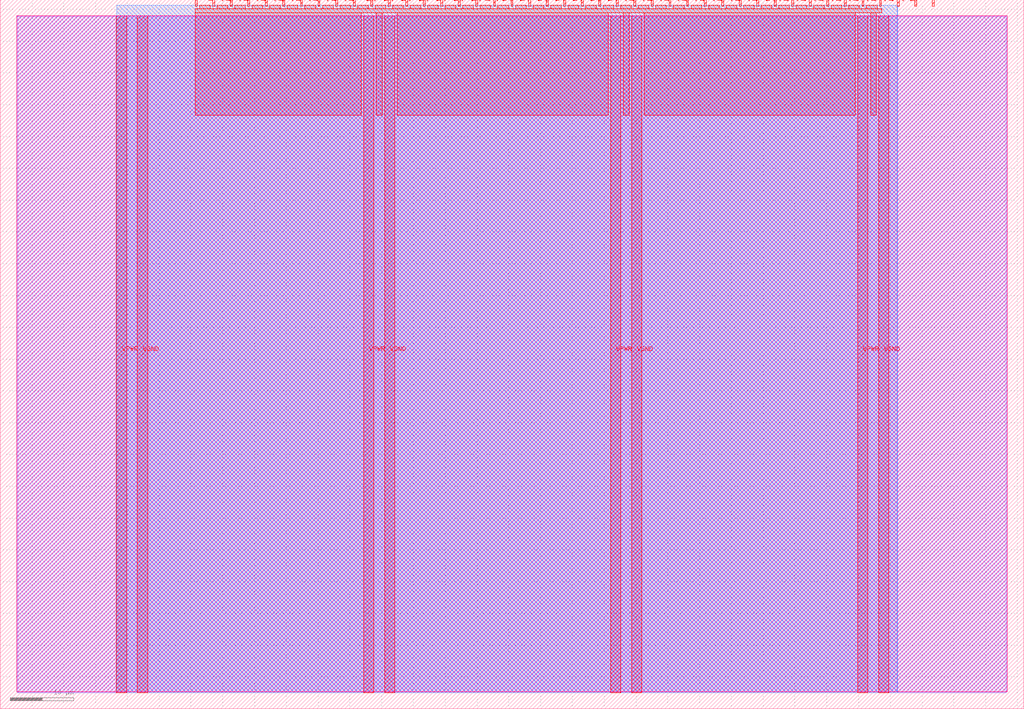
<source format=lef>
VERSION 5.7 ;
  NOWIREEXTENSIONATPIN ON ;
  DIVIDERCHAR "/" ;
  BUSBITCHARS "[]" ;
MACRO tt_um_wokwi_414120500233937921
  CLASS BLOCK ;
  FOREIGN tt_um_wokwi_414120500233937921 ;
  ORIGIN 0.000 0.000 ;
  SIZE 161.000 BY 111.520 ;
  PIN VGND
    DIRECTION INOUT ;
    USE GROUND ;
    PORT
      LAYER met4 ;
        RECT 21.580 2.480 23.180 109.040 ;
    END
    PORT
      LAYER met4 ;
        RECT 60.450 2.480 62.050 109.040 ;
    END
    PORT
      LAYER met4 ;
        RECT 99.320 2.480 100.920 109.040 ;
    END
    PORT
      LAYER met4 ;
        RECT 138.190 2.480 139.790 109.040 ;
    END
  END VGND
  PIN VPWR
    DIRECTION INOUT ;
    USE POWER ;
    PORT
      LAYER met4 ;
        RECT 18.280 2.480 19.880 109.040 ;
    END
    PORT
      LAYER met4 ;
        RECT 57.150 2.480 58.750 109.040 ;
    END
    PORT
      LAYER met4 ;
        RECT 96.020 2.480 97.620 109.040 ;
    END
    PORT
      LAYER met4 ;
        RECT 134.890 2.480 136.490 109.040 ;
    END
  END VPWR
  PIN clk
    DIRECTION INPUT ;
    USE SIGNAL ;
    PORT
      LAYER met4 ;
        RECT 143.830 110.520 144.130 111.520 ;
    END
  END clk
  PIN ena
    DIRECTION INPUT ;
    USE SIGNAL ;
    PORT
      LAYER met4 ;
        RECT 146.590 110.520 146.890 111.520 ;
    END
  END ena
  PIN rst_n
    DIRECTION INPUT ;
    USE SIGNAL ;
    PORT
      LAYER met4 ;
        RECT 141.070 110.520 141.370 111.520 ;
    END
  END rst_n
  PIN ui_in[0]
    DIRECTION INPUT ;
    USE SIGNAL ;
    ANTENNAGATEAREA 0.196500 ;
    PORT
      LAYER met4 ;
        RECT 138.310 110.520 138.610 111.520 ;
    END
  END ui_in[0]
  PIN ui_in[1]
    DIRECTION INPUT ;
    USE SIGNAL ;
    ANTENNAGATEAREA 0.196500 ;
    PORT
      LAYER met4 ;
        RECT 135.550 110.520 135.850 111.520 ;
    END
  END ui_in[1]
  PIN ui_in[2]
    DIRECTION INPUT ;
    USE SIGNAL ;
    ANTENNAGATEAREA 0.196500 ;
    PORT
      LAYER met4 ;
        RECT 132.790 110.520 133.090 111.520 ;
    END
  END ui_in[2]
  PIN ui_in[3]
    DIRECTION INPUT ;
    USE SIGNAL ;
    ANTENNAGATEAREA 0.196500 ;
    PORT
      LAYER met4 ;
        RECT 130.030 110.520 130.330 111.520 ;
    END
  END ui_in[3]
  PIN ui_in[4]
    DIRECTION INPUT ;
    USE SIGNAL ;
    ANTENNAGATEAREA 0.159000 ;
    PORT
      LAYER met4 ;
        RECT 127.270 110.520 127.570 111.520 ;
    END
  END ui_in[4]
  PIN ui_in[5]
    DIRECTION INPUT ;
    USE SIGNAL ;
    ANTENNAGATEAREA 0.159000 ;
    PORT
      LAYER met4 ;
        RECT 124.510 110.520 124.810 111.520 ;
    END
  END ui_in[5]
  PIN ui_in[6]
    DIRECTION INPUT ;
    USE SIGNAL ;
    ANTENNAGATEAREA 0.159000 ;
    PORT
      LAYER met4 ;
        RECT 121.750 110.520 122.050 111.520 ;
    END
  END ui_in[6]
  PIN ui_in[7]
    DIRECTION INPUT ;
    USE SIGNAL ;
    ANTENNAGATEAREA 0.159000 ;
    PORT
      LAYER met4 ;
        RECT 118.990 110.520 119.290 111.520 ;
    END
  END ui_in[7]
  PIN uio_in[0]
    DIRECTION INPUT ;
    USE SIGNAL ;
    PORT
      LAYER met4 ;
        RECT 116.230 110.520 116.530 111.520 ;
    END
  END uio_in[0]
  PIN uio_in[1]
    DIRECTION INPUT ;
    USE SIGNAL ;
    PORT
      LAYER met4 ;
        RECT 113.470 110.520 113.770 111.520 ;
    END
  END uio_in[1]
  PIN uio_in[2]
    DIRECTION INPUT ;
    USE SIGNAL ;
    PORT
      LAYER met4 ;
        RECT 110.710 110.520 111.010 111.520 ;
    END
  END uio_in[2]
  PIN uio_in[3]
    DIRECTION INPUT ;
    USE SIGNAL ;
    PORT
      LAYER met4 ;
        RECT 107.950 110.520 108.250 111.520 ;
    END
  END uio_in[3]
  PIN uio_in[4]
    DIRECTION INPUT ;
    USE SIGNAL ;
    PORT
      LAYER met4 ;
        RECT 105.190 110.520 105.490 111.520 ;
    END
  END uio_in[4]
  PIN uio_in[5]
    DIRECTION INPUT ;
    USE SIGNAL ;
    PORT
      LAYER met4 ;
        RECT 102.430 110.520 102.730 111.520 ;
    END
  END uio_in[5]
  PIN uio_in[6]
    DIRECTION INPUT ;
    USE SIGNAL ;
    PORT
      LAYER met4 ;
        RECT 99.670 110.520 99.970 111.520 ;
    END
  END uio_in[6]
  PIN uio_in[7]
    DIRECTION INPUT ;
    USE SIGNAL ;
    PORT
      LAYER met4 ;
        RECT 96.910 110.520 97.210 111.520 ;
    END
  END uio_in[7]
  PIN uio_oe[0]
    DIRECTION OUTPUT ;
    USE SIGNAL ;
    PORT
      LAYER met4 ;
        RECT 49.990 110.520 50.290 111.520 ;
    END
  END uio_oe[0]
  PIN uio_oe[1]
    DIRECTION OUTPUT ;
    USE SIGNAL ;
    PORT
      LAYER met4 ;
        RECT 47.230 110.520 47.530 111.520 ;
    END
  END uio_oe[1]
  PIN uio_oe[2]
    DIRECTION OUTPUT ;
    USE SIGNAL ;
    PORT
      LAYER met4 ;
        RECT 44.470 110.520 44.770 111.520 ;
    END
  END uio_oe[2]
  PIN uio_oe[3]
    DIRECTION OUTPUT ;
    USE SIGNAL ;
    PORT
      LAYER met4 ;
        RECT 41.710 110.520 42.010 111.520 ;
    END
  END uio_oe[3]
  PIN uio_oe[4]
    DIRECTION OUTPUT ;
    USE SIGNAL ;
    PORT
      LAYER met4 ;
        RECT 38.950 110.520 39.250 111.520 ;
    END
  END uio_oe[4]
  PIN uio_oe[5]
    DIRECTION OUTPUT ;
    USE SIGNAL ;
    PORT
      LAYER met4 ;
        RECT 36.190 110.520 36.490 111.520 ;
    END
  END uio_oe[5]
  PIN uio_oe[6]
    DIRECTION OUTPUT ;
    USE SIGNAL ;
    PORT
      LAYER met4 ;
        RECT 33.430 110.520 33.730 111.520 ;
    END
  END uio_oe[6]
  PIN uio_oe[7]
    DIRECTION OUTPUT ;
    USE SIGNAL ;
    PORT
      LAYER met4 ;
        RECT 30.670 110.520 30.970 111.520 ;
    END
  END uio_oe[7]
  PIN uio_out[0]
    DIRECTION OUTPUT ;
    USE SIGNAL ;
    PORT
      LAYER met4 ;
        RECT 72.070 110.520 72.370 111.520 ;
    END
  END uio_out[0]
  PIN uio_out[1]
    DIRECTION OUTPUT ;
    USE SIGNAL ;
    PORT
      LAYER met4 ;
        RECT 69.310 110.520 69.610 111.520 ;
    END
  END uio_out[1]
  PIN uio_out[2]
    DIRECTION OUTPUT ;
    USE SIGNAL ;
    PORT
      LAYER met4 ;
        RECT 66.550 110.520 66.850 111.520 ;
    END
  END uio_out[2]
  PIN uio_out[3]
    DIRECTION OUTPUT ;
    USE SIGNAL ;
    PORT
      LAYER met4 ;
        RECT 63.790 110.520 64.090 111.520 ;
    END
  END uio_out[3]
  PIN uio_out[4]
    DIRECTION OUTPUT ;
    USE SIGNAL ;
    PORT
      LAYER met4 ;
        RECT 61.030 110.520 61.330 111.520 ;
    END
  END uio_out[4]
  PIN uio_out[5]
    DIRECTION OUTPUT ;
    USE SIGNAL ;
    PORT
      LAYER met4 ;
        RECT 58.270 110.520 58.570 111.520 ;
    END
  END uio_out[5]
  PIN uio_out[6]
    DIRECTION OUTPUT ;
    USE SIGNAL ;
    PORT
      LAYER met4 ;
        RECT 55.510 110.520 55.810 111.520 ;
    END
  END uio_out[6]
  PIN uio_out[7]
    DIRECTION OUTPUT ;
    USE SIGNAL ;
    PORT
      LAYER met4 ;
        RECT 52.750 110.520 53.050 111.520 ;
    END
  END uio_out[7]
  PIN uo_out[0]
    DIRECTION OUTPUT ;
    USE SIGNAL ;
    ANTENNADIFFAREA 0.795200 ;
    PORT
      LAYER met4 ;
        RECT 94.150 110.520 94.450 111.520 ;
    END
  END uo_out[0]
  PIN uo_out[1]
    DIRECTION OUTPUT ;
    USE SIGNAL ;
    ANTENNADIFFAREA 0.795200 ;
    PORT
      LAYER met4 ;
        RECT 91.390 110.520 91.690 111.520 ;
    END
  END uo_out[1]
  PIN uo_out[2]
    DIRECTION OUTPUT ;
    USE SIGNAL ;
    PORT
      LAYER met4 ;
        RECT 88.630 110.520 88.930 111.520 ;
    END
  END uo_out[2]
  PIN uo_out[3]
    DIRECTION OUTPUT ;
    USE SIGNAL ;
    ANTENNADIFFAREA 0.445500 ;
    PORT
      LAYER met4 ;
        RECT 85.870 110.520 86.170 111.520 ;
    END
  END uo_out[3]
  PIN uo_out[4]
    DIRECTION OUTPUT ;
    USE SIGNAL ;
    ANTENNADIFFAREA 0.445500 ;
    PORT
      LAYER met4 ;
        RECT 83.110 110.520 83.410 111.520 ;
    END
  END uo_out[4]
  PIN uo_out[5]
    DIRECTION OUTPUT ;
    USE SIGNAL ;
    ANTENNADIFFAREA 0.445500 ;
    PORT
      LAYER met4 ;
        RECT 80.350 110.520 80.650 111.520 ;
    END
  END uo_out[5]
  PIN uo_out[6]
    DIRECTION OUTPUT ;
    USE SIGNAL ;
    ANTENNADIFFAREA 0.445500 ;
    PORT
      LAYER met4 ;
        RECT 77.590 110.520 77.890 111.520 ;
    END
  END uo_out[6]
  PIN uo_out[7]
    DIRECTION OUTPUT ;
    USE SIGNAL ;
    ANTENNADIFFAREA 0.445500 ;
    PORT
      LAYER met4 ;
        RECT 74.830 110.520 75.130 111.520 ;
    END
  END uo_out[7]
  OBS
      LAYER nwell ;
        RECT 2.570 2.635 158.430 108.990 ;
      LAYER li1 ;
        RECT 2.760 2.635 158.240 108.885 ;
      LAYER met1 ;
        RECT 2.760 2.480 158.240 109.040 ;
      LAYER met2 ;
        RECT 18.310 2.535 141.130 110.685 ;
      LAYER met3 ;
        RECT 18.290 2.555 141.155 110.665 ;
      LAYER met4 ;
        RECT 31.370 110.120 33.030 110.665 ;
        RECT 34.130 110.120 35.790 110.665 ;
        RECT 36.890 110.120 38.550 110.665 ;
        RECT 39.650 110.120 41.310 110.665 ;
        RECT 42.410 110.120 44.070 110.665 ;
        RECT 45.170 110.120 46.830 110.665 ;
        RECT 47.930 110.120 49.590 110.665 ;
        RECT 50.690 110.120 52.350 110.665 ;
        RECT 53.450 110.120 55.110 110.665 ;
        RECT 56.210 110.120 57.870 110.665 ;
        RECT 58.970 110.120 60.630 110.665 ;
        RECT 61.730 110.120 63.390 110.665 ;
        RECT 64.490 110.120 66.150 110.665 ;
        RECT 67.250 110.120 68.910 110.665 ;
        RECT 70.010 110.120 71.670 110.665 ;
        RECT 72.770 110.120 74.430 110.665 ;
        RECT 75.530 110.120 77.190 110.665 ;
        RECT 78.290 110.120 79.950 110.665 ;
        RECT 81.050 110.120 82.710 110.665 ;
        RECT 83.810 110.120 85.470 110.665 ;
        RECT 86.570 110.120 88.230 110.665 ;
        RECT 89.330 110.120 90.990 110.665 ;
        RECT 92.090 110.120 93.750 110.665 ;
        RECT 94.850 110.120 96.510 110.665 ;
        RECT 97.610 110.120 99.270 110.665 ;
        RECT 100.370 110.120 102.030 110.665 ;
        RECT 103.130 110.120 104.790 110.665 ;
        RECT 105.890 110.120 107.550 110.665 ;
        RECT 108.650 110.120 110.310 110.665 ;
        RECT 111.410 110.120 113.070 110.665 ;
        RECT 114.170 110.120 115.830 110.665 ;
        RECT 116.930 110.120 118.590 110.665 ;
        RECT 119.690 110.120 121.350 110.665 ;
        RECT 122.450 110.120 124.110 110.665 ;
        RECT 125.210 110.120 126.870 110.665 ;
        RECT 127.970 110.120 129.630 110.665 ;
        RECT 130.730 110.120 132.390 110.665 ;
        RECT 133.490 110.120 135.150 110.665 ;
        RECT 136.250 110.120 137.910 110.665 ;
        RECT 30.655 109.440 138.625 110.120 ;
        RECT 30.655 93.335 56.750 109.440 ;
        RECT 59.150 93.335 60.050 109.440 ;
        RECT 62.450 93.335 95.620 109.440 ;
        RECT 98.020 93.335 98.920 109.440 ;
        RECT 101.320 93.335 134.490 109.440 ;
        RECT 136.890 93.335 137.790 109.440 ;
  END
END tt_um_wokwi_414120500233937921
END LIBRARY


</source>
